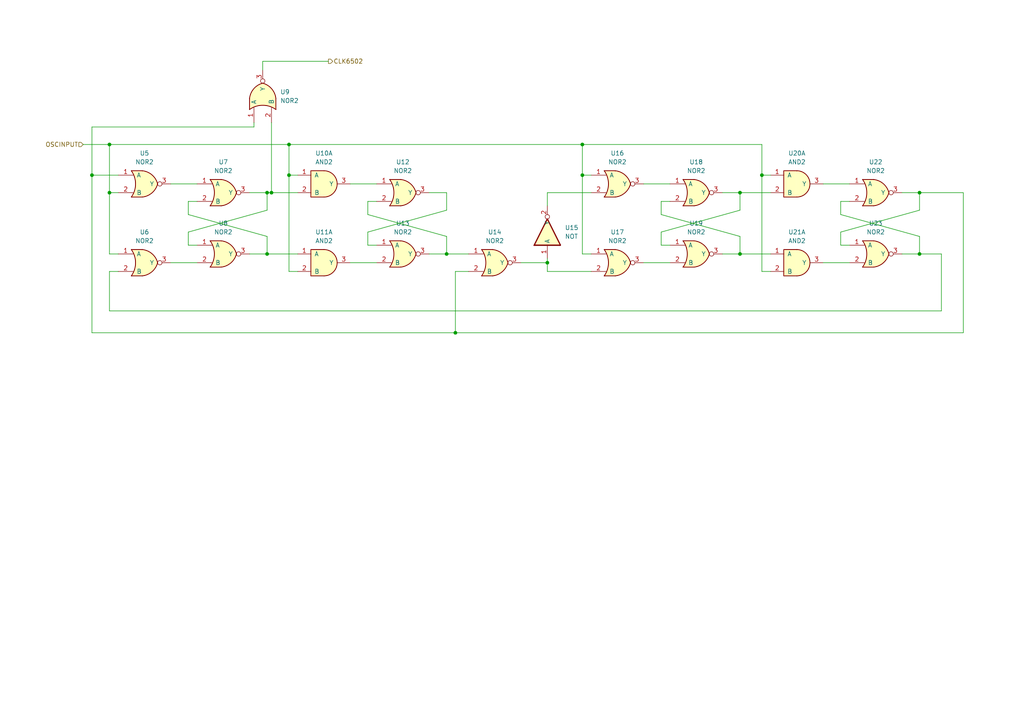
<source format=kicad_sch>
(kicad_sch (version 20211123) (generator eeschema)
  (paper "A4")
  (lib_symbols
    (symbol "VerilogLibrary:AND2" (pin_names (offset 1.016))
      (property "Reference" "U" (at 0 1.27 0))
      (property "Value" "AND2" (at 0 -1.27 0))
      (symbol "AND2_1_1"
        (arc (start 0 -3.81) (mid 3.81 0) (end 0 3.81) (stroke (width 0.254)) (fill (type background)))
        (polyline (pts (xy 0 3.81) (xy -3.81 3.81) (xy -3.81 -3.81) (xy 0 -3.81)) (stroke (width 0.254)) (fill (type background)))
        (pin input line (at -7.62 2.54 0) (length 3.81) (name "A") (number "1"))
        (pin input line (at -7.62 -2.54 0) (length 3.81) (name "B") (number "2"))
        (pin output line (at 7.62 0 180) (length 3.81) (name "Y") (number "3"))
      )
      (symbol "AND2_2_1"
        (arc (start 0 -3.81) (mid 3.81 0) (end 0 3.81) (stroke (width 0.254)) (fill (type background)))
        (polyline (pts (xy 0 3.81) (xy -3.81 3.81) (xy -3.81 -3.81) (xy 0 -3.81)) (stroke (width 0.254)) (fill (type background)))
      )
      (symbol "AND2_3_1"
        (arc (start 0 -3.81) (mid 3.81 0) (end 0 3.81) (stroke (width 0.254)) (fill (type background)))
        (polyline (pts (xy 0 3.81) (xy -3.81 3.81) (xy -3.81 -3.81) (xy 0 -3.81)) (stroke (width 0.254)) (fill (type background)))
      )
      (symbol "AND2_4_1"
        (arc (start 0 -3.81) (mid 3.81 0) (end 0 3.81) (stroke (width 0.254)) (fill (type background)))
        (polyline (pts (xy 0 3.81) (xy -3.81 3.81) (xy -3.81 -3.81) (xy 0 -3.81)) (stroke (width 0.254)) (fill (type background)))
      )
      (symbol "AND2_5_1"
        (rectangle (start -5.08 7.62) (end 5.08 -7.62) (stroke (width 0.254)) (fill (type background)))
      )
    )
    (symbol "VerilogLibrary:NOR2" (pin_names (offset 1.016))
      (property "Reference" "U" (at 0 1.27 0))
      (property "Value" "NOR2" (at 0 -1.27 0))
      (symbol "NOR2_1_1"
        (arc (start -3.81 -3.81) (mid -2.589 0) (end -3.81 3.81) (stroke (width 0.254)))
        (arc (start -0.6096 -3.81) (mid 2.1855 -2.584) (end 3.81 0) (stroke (width 0.254)) (fill (type background)))
        (polyline (pts (xy -3.81 -3.81) (xy -0.635 -3.81)) (stroke (width 0.254)) (fill (type background)))
        (polyline (pts (xy -3.81 3.81) (xy -0.635 3.81)) (stroke (width 0.254)) (fill (type background)))
        (polyline (pts (xy -0.635 3.81) (xy -3.81 3.81) (xy -3.81 3.81) (xy -3.556 3.4036) (xy -3.0226 2.2606) (xy -2.6924 1.0414) (xy -2.6162 -0.254) (xy -2.7686 -1.4986) (xy -3.175 -2.7178) (xy -3.81 -3.81) (xy -3.81 -3.81) (xy -0.635 -3.81)) (stroke (width -25.4)) (fill (type background)))
        (arc (start 3.81 0) (mid 2.1928 2.5925) (end -0.6096 3.81) (stroke (width 0.254)) (fill (type background)))
        (pin input line (at -7.62 2.54 0) (length 4.318) (name "A") (number "1"))
        (pin input line (at -7.62 -2.54 0) (length 4.318) (name "B") (number "2"))
        (pin output inverted (at 7.62 0 180) (length 3.81) (name "Y") (number "3"))
      )
    )
    (symbol "VerilogLibrary:NOT"
      (property "Reference" "U" (at 0 0 0))
      (property "Value" "NOT" (at 0 0 0))
      (symbol "NOT_1_0"
        (polyline (pts (xy -3.81 3.81) (xy -3.81 -3.81) (xy 3.81 0) (xy -3.81 3.81)) (stroke (width 0.254)) (fill (type background)))
        (polyline (pts (xy -3.81 3.81) (xy -3.81 -3.81) (xy 3.81 0) (xy -3.81 3.81)) (stroke (width 0.254)) (fill (type background)))
        (polyline (pts (xy -3.81 3.81) (xy -3.81 -3.81) (xy 3.81 0) (xy -3.81 3.81)) (stroke (width 0.254)) (fill (type background)))
        (polyline (pts (xy -3.81 3.81) (xy -3.81 -3.81) (xy 3.81 0) (xy -3.81 3.81)) (stroke (width 0.254)) (fill (type background)))
        (polyline (pts (xy -3.81 3.81) (xy -3.81 -3.81) (xy 3.81 0) (xy -3.81 3.81)) (stroke (width 0.254)) (fill (type background)))
        (polyline (pts (xy -3.81 3.81) (xy -3.81 -3.81) (xy 3.81 0) (xy -3.81 3.81)) (stroke (width 0.254)) (fill (type background)))
        (pin input line (at -7.62 0 0) (length 3.81) (name "A") (number "1"))
        (pin output inverted (at 7.62 0 180) (length 3.81) (name "Y") (number "2"))
      )
    )
  )
  (junction (at 83.82 41.91))
  (junction (at 31.75 55.88))
  (junction (at 78.74 55.88))
  (junction (at 266.7 73.66))
  (junction (at 129.54 73.66))
  (junction (at 158.75 76.2))
  (junction (at 168.91 41.91))
  (junction (at 214.63 73.66))
  (junction (at 132.08 96.52))
  (junction (at 77.47 73.66))
  (junction (at 220.98 50.8))
  (junction (at 266.7 55.88))
  (junction (at 83.82 50.8))
  (junction (at 26.67 50.8))
  (junction (at 214.63 55.88))
  (junction (at 168.91 50.8))
  (junction (at 77.47 55.88))
  (junction (at 31.75 41.91))
  (wire (pts (xy 54.61 71.12) (xy 57.15 71.12)))
  (wire (pts (xy 106.68 58.42) (xy 106.68 62.23)))
  (wire (pts (xy 186.69 53.34) (xy 194.31 53.34)))
  (wire (pts (xy 101.6 53.34) (xy 109.22 53.34)))
  (wire (pts (xy 279.4 55.88) (xy 266.7 55.88)))
  (wire (pts (xy 243.84 62.23) (xy 266.7 68.58)))
  (wire (pts (xy 266.7 60.96) (xy 243.84 67.31)))
  (wire (pts (xy 57.15 58.42) (xy 54.61 58.42)))
  (wire (pts (xy 77.47 73.66) (xy 72.39 73.66)))
  (wire (pts (xy 109.22 58.42) (xy 106.68 58.42)))
  (wire (pts (xy 266.7 68.58) (xy 266.7 73.66)))
  (wire (pts (xy 78.74 35.56) (xy 78.74 55.88)))
  (wire (pts (xy 220.98 50.8) (xy 223.52 50.8)))
  (wire (pts (xy 266.7 55.88) (xy 266.7 60.96)))
  (wire (pts (xy 238.76 76.2) (xy 246.38 76.2)))
  (wire (pts (xy 31.75 55.88) (xy 31.75 41.91)))
  (wire (pts (xy 34.29 50.8) (xy 26.67 50.8)))
  (wire (pts (xy 129.54 73.66) (xy 124.46 73.66)))
  (wire (pts (xy 151.13 76.2) (xy 158.75 76.2)))
  (wire (pts (xy 158.75 76.2) (xy 158.75 78.74)))
  (wire (pts (xy 273.05 73.66) (xy 273.05 90.17)))
  (wire (pts (xy 24.13 41.91) (xy 31.75 41.91)))
  (wire (pts (xy 26.67 50.8) (xy 26.67 96.52)))
  (wire (pts (xy 238.76 53.34) (xy 246.38 53.34)))
  (wire (pts (xy 83.82 41.91) (xy 168.91 41.91)))
  (wire (pts (xy 106.68 71.12) (xy 109.22 71.12)))
  (wire (pts (xy 106.68 62.23) (xy 129.54 68.58)))
  (wire (pts (xy 214.63 68.58) (xy 214.63 73.66)))
  (wire (pts (xy 34.29 73.66) (xy 31.75 73.66)))
  (wire (pts (xy 168.91 41.91) (xy 220.98 41.91)))
  (wire (pts (xy 191.77 71.12) (xy 194.31 71.12)))
  (wire (pts (xy 73.66 35.56) (xy 73.66 36.83)))
  (wire (pts (xy 135.89 78.74) (xy 132.08 78.74)))
  (wire (pts (xy 72.39 55.88) (xy 77.47 55.88)))
  (wire (pts (xy 191.77 62.23) (xy 214.63 68.58)))
  (wire (pts (xy 83.82 78.74) (xy 86.36 78.74)))
  (wire (pts (xy 76.2 20.32) (xy 76.2 17.78)))
  (wire (pts (xy 158.75 78.74) (xy 171.45 78.74)))
  (wire (pts (xy 26.67 36.83) (xy 26.67 50.8)))
  (wire (pts (xy 83.82 50.8) (xy 83.82 78.74)))
  (wire (pts (xy 243.84 71.12) (xy 246.38 71.12)))
  (wire (pts (xy 54.61 58.42) (xy 54.61 62.23)))
  (wire (pts (xy 158.75 59.69) (xy 158.75 55.88)))
  (wire (pts (xy 158.75 76.2) (xy 158.75 74.93)))
  (wire (pts (xy 49.53 76.2) (xy 57.15 76.2)))
  (wire (pts (xy 214.63 60.96) (xy 191.77 67.31)))
  (wire (pts (xy 83.82 50.8) (xy 86.36 50.8)))
  (wire (pts (xy 194.31 58.42) (xy 191.77 58.42)))
  (wire (pts (xy 246.38 58.42) (xy 243.84 58.42)))
  (wire (pts (xy 54.61 62.23) (xy 77.47 68.58)))
  (wire (pts (xy 191.77 67.31) (xy 191.77 71.12)))
  (wire (pts (xy 191.77 58.42) (xy 191.77 62.23)))
  (wire (pts (xy 171.45 73.66) (xy 168.91 73.66)))
  (wire (pts (xy 168.91 41.91) (xy 168.91 50.8)))
  (wire (pts (xy 129.54 73.66) (xy 135.89 73.66)))
  (wire (pts (xy 49.53 53.34) (xy 57.15 53.34)))
  (wire (pts (xy 214.63 55.88) (xy 214.63 60.96)))
  (wire (pts (xy 86.36 73.66) (xy 77.47 73.66)))
  (wire (pts (xy 76.2 17.78) (xy 95.25 17.78)))
  (wire (pts (xy 54.61 67.31) (xy 54.61 71.12)))
  (wire (pts (xy 77.47 55.88) (xy 77.47 60.96)))
  (wire (pts (xy 83.82 41.91) (xy 83.82 50.8)))
  (wire (pts (xy 279.4 96.52) (xy 279.4 55.88)))
  (wire (pts (xy 129.54 60.96) (xy 106.68 67.31)))
  (wire (pts (xy 132.08 96.52) (xy 279.4 96.52)))
  (wire (pts (xy 31.75 90.17) (xy 273.05 90.17)))
  (wire (pts (xy 220.98 41.91) (xy 220.98 50.8)))
  (wire (pts (xy 129.54 68.58) (xy 129.54 73.66)))
  (wire (pts (xy 132.08 78.74) (xy 132.08 96.52)))
  (wire (pts (xy 223.52 73.66) (xy 214.63 73.66)))
  (wire (pts (xy 171.45 50.8) (xy 168.91 50.8)))
  (wire (pts (xy 243.84 67.31) (xy 243.84 71.12)))
  (wire (pts (xy 168.91 50.8) (xy 168.91 73.66)))
  (wire (pts (xy 34.29 55.88) (xy 31.75 55.88)))
  (wire (pts (xy 124.46 55.88) (xy 129.54 55.88)))
  (wire (pts (xy 86.36 55.88) (xy 78.74 55.88)))
  (wire (pts (xy 106.68 67.31) (xy 106.68 71.12)))
  (wire (pts (xy 31.75 73.66) (xy 31.75 55.88)))
  (wire (pts (xy 266.7 73.66) (xy 261.62 73.66)))
  (wire (pts (xy 261.62 55.88) (xy 266.7 55.88)))
  (wire (pts (xy 266.7 73.66) (xy 273.05 73.66)))
  (wire (pts (xy 31.75 41.91) (xy 83.82 41.91)))
  (wire (pts (xy 31.75 78.74) (xy 34.29 78.74)))
  (wire (pts (xy 220.98 78.74) (xy 223.52 78.74)))
  (wire (pts (xy 129.54 55.88) (xy 129.54 60.96)))
  (wire (pts (xy 243.84 58.42) (xy 243.84 62.23)))
  (wire (pts (xy 73.66 36.83) (xy 26.67 36.83)))
  (wire (pts (xy 223.52 55.88) (xy 214.63 55.88)))
  (wire (pts (xy 78.74 55.88) (xy 77.47 55.88)))
  (wire (pts (xy 220.98 50.8) (xy 220.98 78.74)))
  (wire (pts (xy 77.47 68.58) (xy 77.47 73.66)))
  (wire (pts (xy 26.67 96.52) (xy 132.08 96.52)))
  (wire (pts (xy 214.63 73.66) (xy 209.55 73.66)))
  (wire (pts (xy 186.69 76.2) (xy 194.31 76.2)))
  (wire (pts (xy 77.47 60.96) (xy 54.61 67.31)))
  (wire (pts (xy 31.75 90.17) (xy 31.75 78.74)))
  (wire (pts (xy 158.75 55.88) (xy 171.45 55.88)))
  (wire (pts (xy 209.55 55.88) (xy 214.63 55.88)))
  (wire (pts (xy 101.6 76.2) (xy 109.22 76.2)))
  (hierarchical_label "OSCINPUT" (shape input) (at 24.13 41.91 180))
  (hierarchical_label "CLK6502" (shape output) (at 95.25 17.78 0))
  (symbol (lib_id "VerilogLibrary:NOR2") (at 201.93 55.88 0) (unit 1)
    (property "Reference" "U18" (at 201.93 46.99 0))
    (property "Value" "NOR2" (at 201.93 49.53 0))
    (property "Datasheet" "http://www.ti.com/lit/gpn/sn74ls02" (effects hide))
  )
  (symbol (lib_id "VerilogLibrary:NOR2") (at 64.77 73.66 0) (unit 1)
    (property "Reference" "U8" (at 64.77 64.77 0))
    (property "Value" "NOR2" (at 64.77 67.31 0))
    (property "Datasheet" "http://www.ti.com/lit/gpn/sn74ls02" (effects hide))
  )
  (symbol (lib_id "VerilogLibrary:NOR2") (at 143.51 76.2 0) (unit 1)
    (property "Reference" "U14" (at 143.51 67.31 0))
    (property "Value" "NOR2" (at 143.51 69.85 0))
    (property "Datasheet" "http://www.ti.com/lit/gpn/sn74ls02" (effects hide))
  )
  (symbol (lib_id "VerilogLibrary:NOR2") (at 76.2 27.94 90) (unit 1)
    (property "Reference" "U9" (at 81.28 26.6699 90) (effects (justify right)))
    (property "Value" "NOR2" (at 81.28 29.2099 90) (effects (justify right)))
    (property "Datasheet" "http://www.ti.com/lit/gpn/sn74ls02" (effects hide))
  )
  (symbol (lib_id "VerilogLibrary:NOR2") (at 201.93 73.66 0) (unit 1)
    (property "Reference" "U19" (at 201.93 64.77 0))
    (property "Value" "NOR2" (at 201.93 67.31 0))
    (property "Datasheet" "http://www.ti.com/lit/gpn/sn74ls02" (effects hide))
  )
  (symbol (lib_id "VerilogLibrary:AND2") (at 231.14 53.34 0) (unit 1)
    (property "Reference" "U20" (at 231.14 44.45 0))
    (property "Value" "AND2" (at 231.14 46.99 0))
    (property "Datasheet" "http://www.ti.com/lit/gpn/sn74LS03" (effects hide))
  )
  (symbol (lib_id "VerilogLibrary:NOR2") (at 179.07 53.34 0) (unit 1)
    (property "Reference" "U16" (at 179.07 44.45 0))
    (property "Value" "NOR2" (at 179.07 46.99 0))
    (property "Datasheet" "http://www.ti.com/lit/gpn/sn74ls02" (effects hide))
  )
  (symbol (lib_id "VerilogLibrary:NOR2") (at 41.91 76.2 0) (unit 1)
    (property "Reference" "U6" (at 41.91 67.31 0))
    (property "Value" "NOR2" (at 41.91 69.85 0))
    (property "Datasheet" "http://www.ti.com/lit/gpn/sn74ls02" (effects hide))
  )
  (symbol (lib_id "VerilogLibrary:NOR2") (at 116.84 73.66 0) (unit 1)
    (property "Reference" "U13" (at 116.84 64.77 0))
    (property "Value" "NOR2" (at 116.84 67.31 0))
    (property "Datasheet" "http://www.ti.com/lit/gpn/sn74ls02" (effects hide))
  )
  (symbol (lib_id "VerilogLibrary:NOR2") (at 116.84 55.88 0) (unit 1)
    (property "Reference" "U12" (at 116.84 46.99 0))
    (property "Value" "NOR2" (at 116.84 49.53 0))
    (property "Datasheet" "http://www.ti.com/lit/gpn/sn74ls02" (effects hide))
  )
  (symbol (lib_id "VerilogLibrary:NOR2") (at 254 73.66 0) (unit 1)
    (property "Reference" "U23" (at 254 64.77 0))
    (property "Value" "NOR2" (at 254 67.31 0))
    (property "Datasheet" "http://www.ti.com/lit/gpn/sn74ls02" (effects hide))
  )
  (symbol (lib_id "VerilogLibrary:AND2") (at 231.14 76.2 0) (unit 1)
    (property "Reference" "U21" (at 231.14 67.31 0))
    (property "Value" "AND2" (at 231.14 69.85 0))
    (property "Datasheet" "http://www.ti.com/lit/gpn/sn74LS03" (effects hide))
  )
  (symbol (lib_id "VerilogLibrary:NOR2") (at 64.77 55.88 0) (unit 1)
    (property "Reference" "U7" (at 64.77 46.99 0))
    (property "Value" "NOR2" (at 64.77 49.53 0))
    (property "Datasheet" "http://www.ti.com/lit/gpn/sn74ls02" (effects hide))
  )
  (symbol (lib_id "VerilogLibrary:AND2") (at 93.98 76.2 0) (unit 1)
    (property "Reference" "U11" (at 93.98 67.31 0))
    (property "Value" "AND2" (at 93.98 69.85 0))
    (property "Datasheet" "http://www.ti.com/lit/gpn/sn74LS03" (effects hide))
  )
  (symbol (lib_id "VerilogLibrary:NOT") (at 158.75 67.31 90) (unit 1)
    (property "Reference" "U15" (at 163.83 66.0399 90) (effects (justify right)))
    (property "Value" "NOT" (at 163.83 68.5799 90) (effects (justify right)))
  )
  (symbol (lib_id "VerilogLibrary:AND2") (at 93.98 53.34 0) (unit 1)
    (property "Reference" "U10" (at 93.98 44.45 0))
    (property "Value" "AND2" (at 93.98 46.99 0))
    (property "Datasheet" "http://www.ti.com/lit/gpn/sn74LS03" (effects hide))
  )
  (symbol (lib_id "VerilogLibrary:NOR2") (at 179.07 76.2 0) (unit 1)
    (property "Reference" "U17" (at 179.07 67.31 0))
    (property "Value" "NOR2" (at 179.07 69.85 0))
    (property "Datasheet" "http://www.ti.com/lit/gpn/sn74ls02" (effects hide))
  )
  (symbol (lib_id "VerilogLibrary:NOR2") (at 41.91 53.34 0) (unit 1)
    (property "Reference" "U5" (at 41.91 44.45 0))
    (property "Value" "NOR2" (at 41.91 46.99 0))
    (property "Datasheet" "http://www.ti.com/lit/gpn/sn74ls02" (effects hide))
  )
  (symbol (lib_id "VerilogLibrary:NOR2") (at 254 55.88 0) (unit 1)
    (property "Reference" "U22" (at 254 46.99 0))
    (property "Value" "NOR2" (at 254 49.53 0))
    (property "Datasheet" "http://www.ti.com/lit/gpn/sn74ls02" (effects hide))
  )
)
</source>
